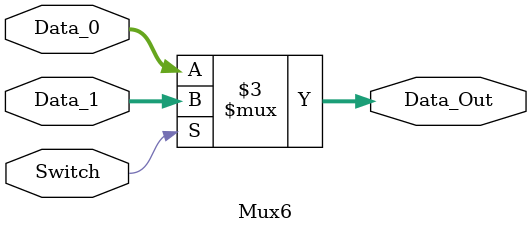
<source format=v>
module Mux6
#(parameter BITS = 6)
(
	input Switch,
	input [BITS-1:0] Data_0,
	input [BITS-1:0] Data_1,
	output reg [BITS-1:0] Data_Out
);

always @ (Switch or Data_0 or Data_1)
begin
	if (Switch)
		Data_Out <= Data_1;
	else
		Data_Out <= Data_0;
end

endmodule
</source>
